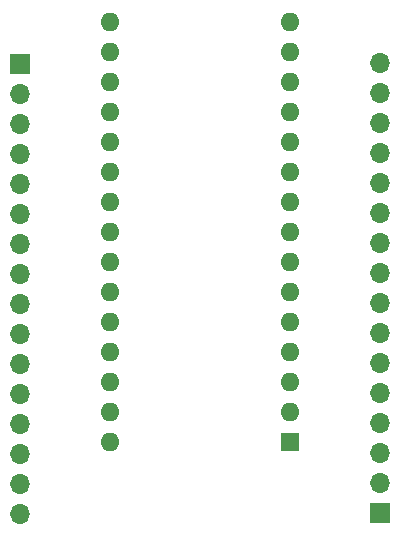
<source format=gbr>
G04 #@! TF.GenerationSoftware,KiCad,Pcbnew,(5.1.9)-1*
G04 #@! TF.CreationDate,2021-03-31T18:40:17+02:00*
G04 #@! TF.ProjectId,Schematic,53636865-6d61-4746-9963-2e6b69636164,rev?*
G04 #@! TF.SameCoordinates,Original*
G04 #@! TF.FileFunction,Soldermask,Bot*
G04 #@! TF.FilePolarity,Negative*
%FSLAX46Y46*%
G04 Gerber Fmt 4.6, Leading zero omitted, Abs format (unit mm)*
G04 Created by KiCad (PCBNEW (5.1.9)-1) date 2021-03-31 18:40:17*
%MOMM*%
%LPD*%
G01*
G04 APERTURE LIST*
%ADD10R,1.700000X1.700000*%
%ADD11O,1.700000X1.700000*%
%ADD12R,1.600000X1.600000*%
%ADD13O,1.600000X1.600000*%
G04 APERTURE END LIST*
D10*
X179250000Y-127500000D03*
D11*
X179250000Y-124960000D03*
X179250000Y-122420000D03*
X179250000Y-119880000D03*
X179250000Y-117340000D03*
X179250000Y-114800000D03*
X179250000Y-112260000D03*
X179250000Y-109720000D03*
X179250000Y-107180000D03*
X179250000Y-104640000D03*
X179250000Y-102100000D03*
X179250000Y-99560000D03*
X179250000Y-97020000D03*
X179250000Y-94480000D03*
X179250000Y-91940000D03*
X179250000Y-89400000D03*
D10*
X148750000Y-89500000D03*
D11*
X148750000Y-92040000D03*
X148750000Y-94580000D03*
X148750000Y-97120000D03*
X148750000Y-99660000D03*
X148750000Y-102200000D03*
X148750000Y-104740000D03*
X148750000Y-107280000D03*
X148750000Y-109820000D03*
X148750000Y-112360000D03*
X148750000Y-114900000D03*
X148750000Y-117440000D03*
X148750000Y-119980000D03*
X148750000Y-122520000D03*
X148750000Y-125060000D03*
X148750000Y-127600000D03*
D12*
X171610000Y-121500000D03*
D13*
X156370000Y-88480000D03*
X171610000Y-118960000D03*
X156370000Y-91020000D03*
X171610000Y-116420000D03*
X156370000Y-93560000D03*
X171610000Y-113880000D03*
X156370000Y-96100000D03*
X171610000Y-111340000D03*
X156370000Y-98640000D03*
X171610000Y-108800000D03*
X156370000Y-101180000D03*
X171610000Y-106260000D03*
X156370000Y-103720000D03*
X171610000Y-103720000D03*
X156370000Y-106260000D03*
X171610000Y-101180000D03*
X156370000Y-108800000D03*
X171610000Y-98640000D03*
X156370000Y-111340000D03*
X171610000Y-96100000D03*
X156370000Y-113880000D03*
X171610000Y-93560000D03*
X156370000Y-116420000D03*
X171610000Y-91020000D03*
X156370000Y-118960000D03*
X171610000Y-88480000D03*
X156370000Y-121500000D03*
X171610000Y-85940000D03*
X156370000Y-85940000D03*
M02*

</source>
